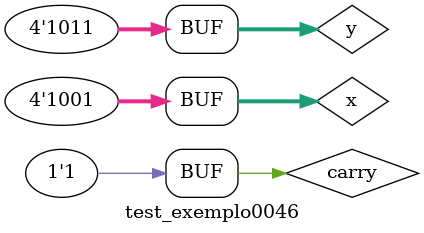
<source format=v>



module FullAdder(s, carryOut, x, y, carryIn);
  output s, carryOut;
  input x, y, carryIn;
  wire a, b, c;

//-- portas 
  xor (a, x, y);
  xor (s, a, carryIn);   
  and (b, x, y);
  and (c, a, carryIn);
  or (carryOut, c, b);
  
endmodule //--FullAdder

// ------------------------- 
// somador
// ------------------------- 

module somador(s, carryOut, x, y, carryIn);
  output [3:0] s;
  output carryOut;
  input  [3:0] x, y;
  input carryIn;
  
  wire c1, c2, c3, z1, z2, z3, z4, z5;
  
  //--portas 
  xor (z1, y[0] , carryIn);
  xor (z2, y[1] , carryIn);
  xor (z3, y[2] , carryIn);
  xor (z4, y[3] , carryIn);
  FullAdder FULLADDER0(s[0], c1, x[0], z1, carryIn);
  FullAdder FULLADDER1(s[1], c2, x[1], z2, c1);
  FullAdder FULLADDER2(s[2], c3, x[2], z3, c2);
  FullAdder FULLADDER3(s[3], z5, x[3], z4, c3);
  xor (carryOut, z5 , carryIn);
  
endmodule //--somador

 module verificarSeE0(output s , input [3:0] a);
 
 wire tmp0,tmp1,tmp2,tmp3;
 
 nor NOR0( tmp0 , 0 , a[0]);
 nor NOR1( tmp1 , 0 , a[1]);
 nor NOR2( tmp2 , 0 , a[2]);
 nor NOR3( tmp3 , 0 , a[3]);
 
 assign s = tmp0 & tmp1 & tmp2 & tmp3;
 
endmodule //-- FIm testa se e 0

// ------------------------- 
//  Soma e Subs
// -------------------------

module somaSubs( output [3:0] s , input [3:0] a , input operador );

wire carryOut;

somador SOMADOR0( s , carryOut , a , 0001 , operador );


endmodule //-- Fim SomaSub

module test_exemplo0046; 
// ------------------------- definir dados 
reg [3:0] x;
 
reg [3:0] y; 
reg carry; 
wire [3:0] soma , xMenos1;
wire carryOut , resp; 

//-- operador 1 pois e uma subtracao

somaSubs SOMASUBS1(xMenos1, x , 1 );
somador SOMADOR0(soma, carryOut, x, y, carry);

//-- VErificar se o resultado e 0
verificarSeE0 VERIFICAR0(resp, soma);

// ------------------------- parte principal 
  initial
  begin
  $display("Exemplo0034 - Samuel Eusébio da Silva - 435055"); 
  
  //--Testes
  $monitor($time," x = %b x - 1 = %b y = %b carryIn = %b * carry out = %b soma = %b Verificacao se e 0 : %b\n",x , xMenos1 , y, carry,carryOut,soma,resp );
  end
  
  // Entradas
  initial
  begin
  x = 4'b0010;y = 4'b0100; carry = 1'b0;


  #5 x = 4'b0001;y = 4'b1111;
  #5 x = 4'b0011;y = 4'b1011;
  #5 x = 4'b0001;y = 4'b1011;
  #5 x = 4'b0001;y = 4'b1011;
  
   #5 x = 4'b0010;y = 4'b0100;carry = 1'b1;
   #5 x = 4'b1001;y = 4'b1111;
   #5 x = 4'b0011;y = 4'b1011;
   #5 x = 4'b0101;y = 4'b1011;
   #5 x = 4'b1001;y = 4'b1011;

  end
endmodule // --test
</source>
